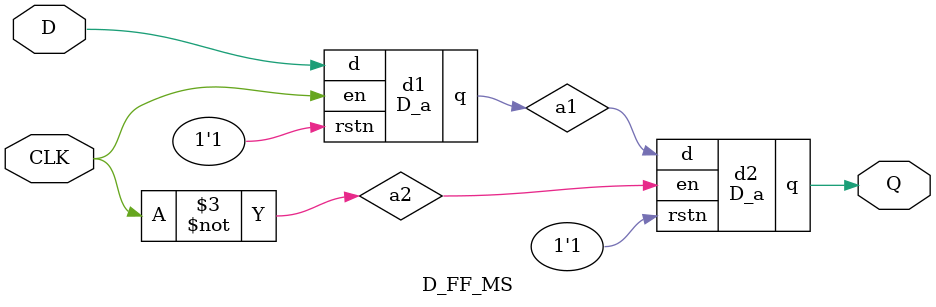
<source format=v>
module D_a(input d , input en , input rstn , output reg q);
    always @(en , d , rstn)
    begin
            if(!rstn) q <= 0 ;
            else
            if(en)
                q <= d;
    end
endmodule

module D_FF_MS(input D , input CLK , output Q);
    wire a1 ; wire a2 ;
    not(a2 , CLK);
    D_a d1(D , CLK , 1 , a1);
    D_a d2(a1 , a2 , 1 , Q);
endmodule
</source>
